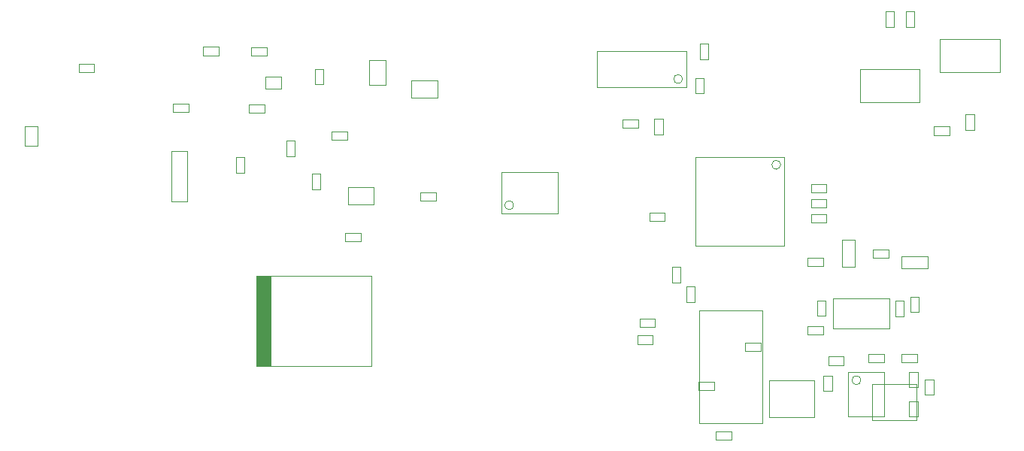
<source format=gbr>
%TF.GenerationSoftware,Altium Limited,Altium Designer,19.1.8 (144)*%
G04 Layer_Color=16711935*
%FSLAX26Y26*%
%MOIN*%
%TF.FileFunction,Other,Mechanical_13*%
%TF.Part,Single*%
G01*
G75*
%TA.AperFunction,NonConductor*%
%ADD20C,0.003937*%
%ADD95R,0.068309X0.401575*%
D20*
X3806771Y2786063D02*
G03*
X3806771Y2786063I-19685J0D01*
G01*
X2266976Y3562089D02*
G03*
X2266976Y3562089I-19685J0D01*
G01*
X3016102Y4121693D02*
G03*
X3016102Y4121693I-19685J0D01*
G01*
X3451102Y3741417D02*
G03*
X3451102Y3741417I-19685J0D01*
G01*
X751307Y3579387D02*
X821385D01*
Y3802025D01*
X751307Y3579387D02*
Y3802025D01*
X821385D01*
X2868856Y3492402D02*
Y3529803D01*
X2937753Y3492402D02*
Y3529803D01*
X2868856Y3492402D02*
X2937753D01*
X2868856Y3529803D02*
X2937753D01*
X3032244Y3200679D02*
X3069646D01*
X3032244Y3131781D02*
X3069646D01*
X3032244D02*
Y3200679D01*
X3069646Y3131781D02*
Y3200679D01*
X3087913Y2742402D02*
Y2779803D01*
X3156811Y2742402D02*
Y2779803D01*
X3087913Y2742402D02*
X3156811D01*
X3087913Y2779803D02*
X3156811D01*
X1531770Y3566497D02*
Y3643268D01*
X1647911Y3566497D02*
Y3643268D01*
X1531770Y3566497D02*
X1647911D01*
X1531770Y3643268D02*
X1647911D01*
X3293524Y2916117D02*
Y2953519D01*
X3362422Y2916117D02*
Y2953519D01*
X3293524Y2916117D02*
X3362422D01*
X3293524Y2953519D02*
X3362422D01*
X3641299Y2737441D02*
X3678701D01*
X3641299Y2806339D02*
X3678701D01*
Y2737441D02*
Y2806339D01*
X3641299Y2737441D02*
Y2806339D01*
X3598425Y2622284D02*
Y2783701D01*
X3401575Y2622284D02*
Y2783701D01*
Y2622284D02*
X3598425D01*
X3401575Y2783701D02*
X3598425D01*
X4053425Y2607284D02*
Y2768701D01*
X3856575Y2607284D02*
Y2768701D01*
Y2607284D02*
X4053425D01*
X3856575Y2768701D02*
X4053425D01*
X3928701Y3328858D02*
Y3366260D01*
X3859803Y3328858D02*
Y3366260D01*
X3928701D01*
X3859803Y3328858D02*
X3928701D01*
X3959753Y3138769D02*
X3997155D01*
X3959753Y3069871D02*
X3997155D01*
Y3138769D01*
X3959753Y3069871D02*
Y3138769D01*
X3163981Y2558939D02*
X3232879D01*
X3163981Y2521537D02*
X3232879D01*
X3163981D02*
Y2558939D01*
X3232879Y2521537D02*
Y2558939D01*
X3935000Y3014724D02*
Y3149764D01*
X3685000Y3014724D02*
X3935000D01*
X3685000Y3149764D02*
X3935000D01*
X3685000Y3014724D02*
Y3149764D01*
X3751653Y2624646D02*
Y2821496D01*
X3909134Y2624646D02*
Y2821496D01*
X3751653D02*
X3909134D01*
X3751653Y2624646D02*
X3909134D01*
X4059094Y2624213D02*
Y2693110D01*
X4021693Y2624213D02*
Y2693110D01*
X4059094D01*
X4021693Y2624213D02*
X4059094D01*
X3571102Y2989528D02*
Y3026929D01*
X3640000Y2989528D02*
Y3026929D01*
X3571102D02*
X3640000D01*
X3571102Y2989528D02*
X3640000D01*
X3370000Y2595551D02*
Y3095551D01*
X3090079D02*
X3370000D01*
X3090079Y2595551D02*
Y3095551D01*
Y2595551D02*
X3370000D01*
X3612445Y3139449D02*
X3649846D01*
X3612445Y3070551D02*
X3649846D01*
Y3139449D01*
X3612445Y3070551D02*
Y3139449D01*
X1165251Y4131442D02*
X1236117D01*
X1165251Y4078292D02*
X1236117D01*
Y4131442D01*
X1165251Y4078292D02*
Y4131442D01*
X1374111Y3701656D02*
X1411513D01*
X1374111Y3632758D02*
X1411513D01*
X1374111D02*
Y3701656D01*
X1411513Y3632758D02*
Y3701656D01*
X1259145Y3778532D02*
X1296547D01*
X1259145Y3847429D02*
X1296547D01*
Y3778532D02*
Y3847429D01*
X1259145Y3778532D02*
Y3847429D01*
X1461477Y3851498D02*
Y3888900D01*
X1530375Y3851498D02*
Y3888900D01*
X1461477Y3851498D02*
X1530375D01*
X1461477Y3888900D02*
X1530375D01*
X1625778Y4205260D02*
X1700581D01*
X1625778Y4095024D02*
X1700581D01*
X1625778D02*
Y4205260D01*
X1700581Y4095024D02*
Y4205260D01*
X338791Y4151126D02*
Y4188528D01*
X407688Y4151126D02*
Y4188528D01*
X338791Y4151126D02*
X407688D01*
X338791Y4188528D02*
X407688D01*
X155298Y3826542D02*
Y3913156D01*
X100180Y3826542D02*
Y3913156D01*
Y3826542D02*
X155298D01*
X100180Y3913156D02*
X155298D01*
X4021693Y2754213D02*
Y2823110D01*
X4059094Y2754213D02*
Y2823110D01*
X4021693Y2754213D02*
X4059094D01*
X4021693Y2823110D02*
X4059094D01*
X3987244Y2901772D02*
X4056142D01*
X3987244Y2864370D02*
X4056142D01*
X3987244D02*
Y2901772D01*
X4056142Y2864370D02*
Y2901772D01*
X3841220D02*
X3910118D01*
X3841220Y2864370D02*
X3910118D01*
X3841220D02*
Y2901772D01*
X3910118Y2864370D02*
Y2901772D01*
X3662086Y2853583D02*
X3730984D01*
X3662086Y2890984D02*
X3730984D01*
Y2853583D02*
Y2890984D01*
X3662086Y2853583D02*
Y2890984D01*
X2815706Y2946299D02*
Y2983701D01*
X2884604Y2946299D02*
Y2983701D01*
X2815706Y2946299D02*
X2884604D01*
X2815706Y2983701D02*
X2884604D01*
X2825551Y3021299D02*
Y3058701D01*
X2894449Y3021299D02*
Y3058701D01*
X2825551Y3021299D02*
X2894449D01*
X2825551Y3058701D02*
X2894449D01*
X4091299Y2721142D02*
X4128701D01*
X4091299Y2790039D02*
X4128701D01*
Y2721142D02*
Y2790039D01*
X4091299Y2721142D02*
Y2790039D01*
X2211858Y3526656D02*
Y3707758D01*
X2463826Y3526656D02*
Y3707758D01*
X2211858Y3526656D02*
X2463826D01*
X2211858Y3707758D02*
X2463826D01*
X2751142Y3906142D02*
Y3943543D01*
X2820039Y3906142D02*
Y3943543D01*
X2751142Y3906142D02*
X2820039D01*
X2751142Y3943543D02*
X2820039D01*
X3073330Y4126614D02*
X3110731D01*
X3073330Y4057717D02*
X3110731D01*
X3073330D02*
Y4126614D01*
X3110731Y4057717D02*
Y4126614D01*
X2638150Y4086260D02*
X3031850D01*
X2638150Y4243740D02*
X3031850D01*
Y4086260D02*
Y4243740D01*
X2638150Y4086260D02*
Y4243740D01*
X3092030Y4209291D02*
X3129432D01*
X3092030Y4278189D02*
X3129432D01*
Y4209291D02*
Y4278189D01*
X3092030Y4209291D02*
Y4278189D01*
X3640004Y3291457D02*
Y3328858D01*
X3571106Y3291457D02*
Y3328858D01*
X3640004D01*
X3571106Y3291457D02*
X3640004D01*
X3723386Y3407402D02*
X3778504D01*
X3723386Y3287717D02*
X3778504D01*
Y3407402D01*
X3723386Y3287717D02*
Y3407402D01*
X4026417Y3087165D02*
X4063819D01*
X4026417Y3156063D02*
X4063819D01*
Y3087165D02*
Y3156063D01*
X4026417Y3087165D02*
Y3156063D01*
X4104959Y3280630D02*
Y3335748D01*
X3985274Y3280630D02*
Y3335748D01*
Y3280630D02*
X4104959D01*
X3985274Y3335748D02*
X4104959D01*
X4130551Y3873465D02*
Y3910866D01*
X4199449Y3873465D02*
Y3910866D01*
X4130551Y3873465D02*
X4199449D01*
X4130551Y3910866D02*
X4199449D01*
X4271299Y3895551D02*
X4308701D01*
X4271299Y3964449D02*
X4308701D01*
Y3895551D02*
Y3964449D01*
X4271299Y3895551D02*
Y3964449D01*
X3803110Y4165000D02*
X4066890D01*
X3803110Y4019331D02*
X4066890D01*
X3803110D02*
Y4165000D01*
X4066890Y4019331D02*
Y4165000D01*
X4005709Y4421614D02*
X4043110D01*
X4005709Y4352717D02*
X4043110D01*
X4005709D02*
Y4421614D01*
X4043110Y4352717D02*
Y4421614D01*
X3916299D02*
X3953701D01*
X3916299Y4352717D02*
X3953701D01*
X3916299D02*
Y4421614D01*
X3953701Y4352717D02*
Y4421614D01*
X4158110Y4152717D02*
X4421890D01*
X4158110Y4298386D02*
X4421890D01*
Y4152717D02*
Y4298386D01*
X4158110Y4152717D02*
Y4298386D01*
X1163283Y3971939D02*
Y4009340D01*
X1094385Y3971939D02*
Y4009340D01*
X1163283D01*
X1094385Y3971939D02*
X1163283D01*
X1520943Y3402454D02*
Y3439856D01*
X1589841Y3402454D02*
Y3439856D01*
X1520943Y3402454D02*
X1589841D01*
X1520943Y3439856D02*
X1589841D01*
X2969764Y3219339D02*
Y3288237D01*
X3007165Y3219339D02*
Y3288237D01*
X2969764D02*
X3007165D01*
X2969764Y3219339D02*
X3007165D01*
X3585433Y3618898D02*
X3654331D01*
X3585433Y3656299D02*
X3654331D01*
X3585433Y3618898D02*
Y3656299D01*
X3654331Y3618898D02*
Y3656299D01*
X3585433Y3552008D02*
X3654331D01*
X3585433Y3589409D02*
X3654331D01*
X3585433Y3552008D02*
Y3589409D01*
X3654331Y3552008D02*
Y3589409D01*
X3073150Y3383150D02*
X3466850D01*
X3073150Y3776850D02*
X3466850D01*
X3073150Y3383150D02*
Y3776850D01*
X3466850Y3383150D02*
Y3776850D01*
X3585433Y3483898D02*
X3654331D01*
X3585433Y3521299D02*
X3654331D01*
X3585433Y3483898D02*
Y3521299D01*
X3654331Y3483898D02*
Y3521299D01*
X756228Y4011309D02*
X825125D01*
X756228Y3973907D02*
X825125D01*
Y4011309D01*
X756228Y3973907D02*
Y4011309D01*
X1035824Y3706776D02*
Y3775674D01*
X1073226Y3706776D02*
Y3775674D01*
X1035824D02*
X1073226D01*
X1035824Y3706776D02*
X1073226D01*
X1423632Y4096992D02*
Y4165890D01*
X1386231Y4096992D02*
Y4165890D01*
Y4096992D02*
X1423632D01*
X1386231Y4165890D02*
X1423632D01*
X1103240Y4261726D02*
X1172138D01*
X1103240Y4224325D02*
X1172138D01*
Y4261726D01*
X1103240Y4224325D02*
Y4261726D01*
X891296Y4226524D02*
X960194D01*
X891296Y4263926D02*
X960194D01*
X891296Y4226524D02*
Y4263926D01*
X960194Y4226524D02*
Y4263926D01*
X1812629Y4039907D02*
Y4116678D01*
X1928771Y4039907D02*
Y4116678D01*
X1812629Y4039907D02*
X1928771D01*
X1812629Y4116678D02*
X1928771D01*
X1854952Y3617919D02*
X1923850D01*
X1854952Y3580517D02*
X1923850D01*
Y3617919D01*
X1854952Y3580517D02*
Y3617919D01*
X2891336Y3876493D02*
Y3945390D01*
X2928738Y3876493D02*
Y3945390D01*
X2891336D02*
X2928738D01*
X2891336Y3876493D02*
X2928738D01*
X1127488Y2847587D02*
Y3249161D01*
X1635362Y2847587D02*
Y3249161D01*
X1127488D02*
X1635362D01*
X1127488Y2847587D02*
X1635362D01*
D95*
X1161643Y3048383D02*
D03*
%TF.MD5,78ac2292ce955fe0218e1a8561fc6658*%
M02*

</source>
